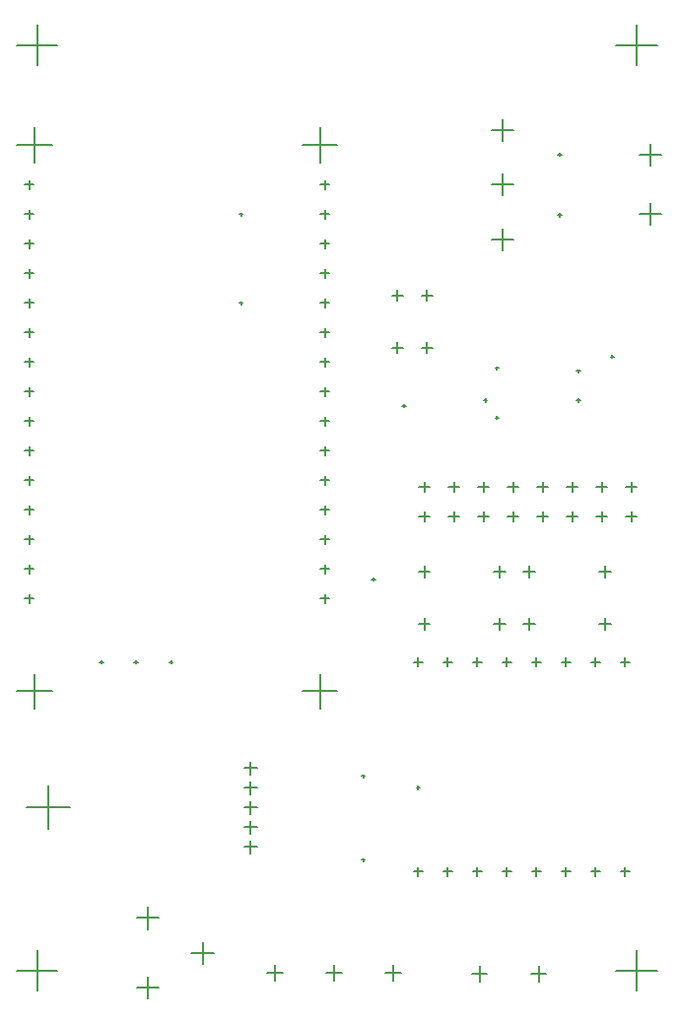
<source format=gbr>
%TF.GenerationSoftware,Altium Limited,Altium Designer,25.2.1 (25)*%
G04 Layer_Color=128*
%FSLAX43Y43*%
%MOMM*%
%TF.SameCoordinates,B664DB7D-B6DB-4AC9-9DB7-209C64ECDA10*%
%TF.FilePolarity,Positive*%
%TF.FileFunction,Drillmap*%
%TF.Part,Single*%
G01*
G75*
%TA.AperFunction,NonConductor*%
%ADD55C,0.127*%
D55*
X52540Y46040D02*
X53440D01*
X52990Y45590D02*
Y46490D01*
X55080Y46040D02*
X55980D01*
X55530Y45590D02*
Y46490D01*
X50000Y46040D02*
X50900D01*
X50450Y45590D02*
Y46490D01*
X37300Y46040D02*
X38200D01*
X37750Y45590D02*
Y46490D01*
X39840Y46040D02*
X40740D01*
X40290Y45590D02*
Y46490D01*
X42380Y46040D02*
X43280D01*
X42830Y45590D02*
Y46490D01*
X44920Y46040D02*
X45820D01*
X45370Y45590D02*
Y46490D01*
X47460Y46040D02*
X48360D01*
X47910Y45590D02*
Y46490D01*
X39840Y43500D02*
X40740D01*
X40290Y43050D02*
Y43950D01*
X37300Y43500D02*
X38200D01*
X37750Y43050D02*
Y43950D01*
X44920Y43500D02*
X45820D01*
X45370Y43050D02*
Y43950D01*
X42380Y43500D02*
X43280D01*
X42830Y43050D02*
Y43950D01*
X50000Y43500D02*
X50900D01*
X50450Y43050D02*
Y43950D01*
X47460Y43500D02*
X48360D01*
X47910Y43050D02*
Y43950D01*
X55080Y43500D02*
X55980D01*
X55530Y43050D02*
Y43950D01*
X52540Y43500D02*
X53440D01*
X52990Y43050D02*
Y43950D01*
X37550Y58000D02*
X38450D01*
X38000Y57550D02*
Y58450D01*
X35010Y58000D02*
X35910D01*
X35460Y57550D02*
Y58450D01*
X27280Y75430D02*
X30280D01*
X28780Y73930D02*
Y76930D01*
X28819Y69460D02*
X29581D01*
X29200Y69079D02*
Y69841D01*
X28819Y66920D02*
X29581D01*
X29200Y66539D02*
Y67301D01*
X28819Y72000D02*
X29581D01*
X29200Y71619D02*
Y72381D01*
X27280Y28480D02*
X30280D01*
X28780Y26980D02*
Y29980D01*
X28819Y36440D02*
X29581D01*
X29200Y36059D02*
Y36821D01*
X28819Y38980D02*
X29581D01*
X29200Y38599D02*
Y39361D01*
X28819Y41520D02*
X29581D01*
X29200Y41139D02*
Y41901D01*
X28819Y44060D02*
X29581D01*
X29200Y43679D02*
Y44441D01*
X28819Y46600D02*
X29581D01*
X29200Y46219D02*
Y46981D01*
X28819Y49140D02*
X29581D01*
X29200Y48759D02*
Y49521D01*
X28819Y51680D02*
X29581D01*
X29200Y51299D02*
Y52061D01*
X28819Y54220D02*
X29581D01*
X29200Y53839D02*
Y54601D01*
X28819Y56760D02*
X29581D01*
X29200Y56379D02*
Y57141D01*
X28819Y59300D02*
X29581D01*
X29200Y58919D02*
Y59681D01*
X28819Y61840D02*
X29581D01*
X29200Y61459D02*
Y62221D01*
X28819Y64380D02*
X29581D01*
X29200Y63999D02*
Y64761D01*
X3419Y36440D02*
X4181D01*
X3800Y36059D02*
Y36821D01*
X3419Y44060D02*
X4181D01*
X3800Y43679D02*
Y44441D01*
X3419Y46600D02*
X4181D01*
X3800Y46219D02*
Y46981D01*
X3419Y49140D02*
X4181D01*
X3800Y48759D02*
Y49521D01*
X3419Y51680D02*
X4181D01*
X3800Y51299D02*
Y52061D01*
X3419Y54220D02*
X4181D01*
X3800Y53839D02*
Y54601D01*
X3419Y56760D02*
X4181D01*
X3800Y56379D02*
Y57141D01*
X3419Y59300D02*
X4181D01*
X3800Y58919D02*
Y59681D01*
X3419Y61840D02*
X4181D01*
X3800Y61459D02*
Y62221D01*
X3419Y64380D02*
X4181D01*
X3800Y63999D02*
Y64761D01*
X3419Y66920D02*
X4181D01*
X3800Y66539D02*
Y67301D01*
X3419Y69460D02*
X4181D01*
X3800Y69079D02*
Y69841D01*
X3419Y72000D02*
X4181D01*
X3800Y71619D02*
Y72381D01*
X2770Y75430D02*
X5770D01*
X4270Y73930D02*
Y76930D01*
X2770Y28480D02*
X5770D01*
X4270Y26980D02*
Y29980D01*
X3419Y38980D02*
X4181D01*
X3800Y38599D02*
Y39361D01*
X3419Y41520D02*
X4181D01*
X3800Y41139D02*
Y41901D01*
X52750Y34250D02*
X53750D01*
X53250Y33750D02*
Y34750D01*
X46250Y34250D02*
X47250D01*
X46750Y33750D02*
Y34750D01*
X52750Y38750D02*
X53750D01*
X53250Y38250D02*
Y39250D01*
X46250Y38750D02*
X47250D01*
X46750Y38250D02*
Y39250D01*
X56275Y69460D02*
X58125D01*
X57200Y68535D02*
Y70385D01*
X56275Y74540D02*
X58125D01*
X57200Y73615D02*
Y75465D01*
X43575Y67300D02*
X45425D01*
X44500Y66375D02*
Y68225D01*
X43575Y72000D02*
X45425D01*
X44500Y71075D02*
Y72925D01*
X43575Y76700D02*
X45425D01*
X44500Y75775D02*
Y77625D01*
X34430Y4300D02*
X35730D01*
X35080Y3650D02*
Y4950D01*
X29350Y4300D02*
X30650D01*
X30000Y3650D02*
Y4950D01*
X24270Y4300D02*
X25570D01*
X24920Y3650D02*
Y4950D01*
X54619Y13000D02*
X55381D01*
X55000Y12619D02*
Y13381D01*
X52079Y13000D02*
X52841D01*
X52460Y12619D02*
Y13381D01*
X49539Y13000D02*
X50301D01*
X49920Y12619D02*
Y13381D01*
X46999Y13000D02*
X47761D01*
X47380Y12619D02*
Y13381D01*
X44459Y13000D02*
X45221D01*
X44840Y12619D02*
Y13381D01*
X41919Y13000D02*
X42681D01*
X42300Y12619D02*
Y13381D01*
X39379Y13000D02*
X40141D01*
X39760Y12619D02*
Y13381D01*
X36839Y13000D02*
X37601D01*
X37220Y12619D02*
Y13381D01*
X54619Y30980D02*
X55381D01*
X55000Y30599D02*
Y31361D01*
X52079Y30980D02*
X52841D01*
X52460Y30599D02*
Y31361D01*
X49539Y30980D02*
X50301D01*
X49920Y30599D02*
Y31361D01*
X46999Y30980D02*
X47761D01*
X47380Y30599D02*
Y31361D01*
X44459Y30980D02*
X45221D01*
X44840Y30599D02*
Y31361D01*
X41919Y30980D02*
X42681D01*
X42300Y30599D02*
Y31361D01*
X39379Y30980D02*
X40141D01*
X39760Y30599D02*
Y31361D01*
X36839Y30980D02*
X37601D01*
X37220Y30599D02*
Y31361D01*
X37250Y38750D02*
X38250D01*
X37750Y38250D02*
Y39250D01*
X43750Y38750D02*
X44750D01*
X44250Y38250D02*
Y39250D01*
X37250Y34250D02*
X38250D01*
X37750Y33750D02*
Y34750D01*
X43750Y34250D02*
X44750D01*
X44250Y33750D02*
Y34750D01*
X35010Y62500D02*
X35910D01*
X35460Y62050D02*
Y62950D01*
X37550Y62500D02*
X38450D01*
X38000Y62050D02*
Y62950D01*
X3562Y18500D02*
X7312D01*
X5438Y16625D02*
Y20375D01*
X22263Y15100D02*
X23362D01*
X22812Y14550D02*
Y15650D01*
X22263Y16800D02*
X23362D01*
X22812Y16250D02*
Y17350D01*
X22263Y20200D02*
X23362D01*
X22812Y19650D02*
Y20750D01*
X22263Y21900D02*
X23362D01*
X22812Y21350D02*
Y22450D01*
X22263Y18500D02*
X23362D01*
X22812Y17950D02*
Y19050D01*
X17750Y6000D02*
X19650D01*
X18700Y5050D02*
Y6950D01*
X13050Y9000D02*
X14950D01*
X14000Y8050D02*
Y9950D01*
X13050Y3000D02*
X14950D01*
X14000Y2050D02*
Y3950D01*
X46930Y4200D02*
X48230D01*
X47580Y3550D02*
Y4850D01*
X41850Y4200D02*
X43150D01*
X42500Y3550D02*
Y4850D01*
X2750Y84000D02*
X6250D01*
X4500Y82250D02*
Y85750D01*
X54250Y84000D02*
X57750D01*
X56000Y82250D02*
Y85750D01*
X2750Y4500D02*
X6250D01*
X4500Y2750D02*
Y6250D01*
X54250Y4500D02*
X57750D01*
X56000Y2750D02*
Y6250D01*
X43850Y56250D02*
X44150D01*
X44000Y56100D02*
Y56400D01*
X35850Y53000D02*
X36150D01*
X36000Y52850D02*
Y53150D01*
X50850Y56000D02*
X51150D01*
X51000Y55850D02*
Y56150D01*
X43850Y52000D02*
X44150D01*
X44000Y51850D02*
Y52150D01*
X37070Y20200D02*
X37370D01*
X37220Y20050D02*
Y20350D01*
X33250Y38100D02*
X33550D01*
X33400Y37950D02*
Y38250D01*
X53750Y57250D02*
X54050D01*
X53900Y57100D02*
Y57400D01*
X50850Y53500D02*
X51150D01*
X51000Y53350D02*
Y53650D01*
X42850Y53500D02*
X43150D01*
X43000Y53350D02*
Y53650D01*
X32350Y14000D02*
X32650D01*
X32500Y13850D02*
Y14150D01*
X32350Y21200D02*
X32650D01*
X32500Y21050D02*
Y21350D01*
X15850Y31000D02*
X16150D01*
X16000Y30850D02*
Y31150D01*
X12850Y31000D02*
X13150D01*
X13000Y30850D02*
Y31150D01*
X9850Y31000D02*
X10150D01*
X10000Y30850D02*
Y31150D01*
X49250Y74600D02*
X49550D01*
X49400Y74450D02*
Y74750D01*
X49250Y69400D02*
X49550D01*
X49400Y69250D02*
Y69550D01*
X21850Y69460D02*
X22150D01*
X22000Y69310D02*
Y69610D01*
X21850Y61840D02*
X22150D01*
X22000Y61690D02*
Y61990D01*
%TF.MD5,56ec0fa1b717ceb4adc9601a8b103081*%
M02*

</source>
